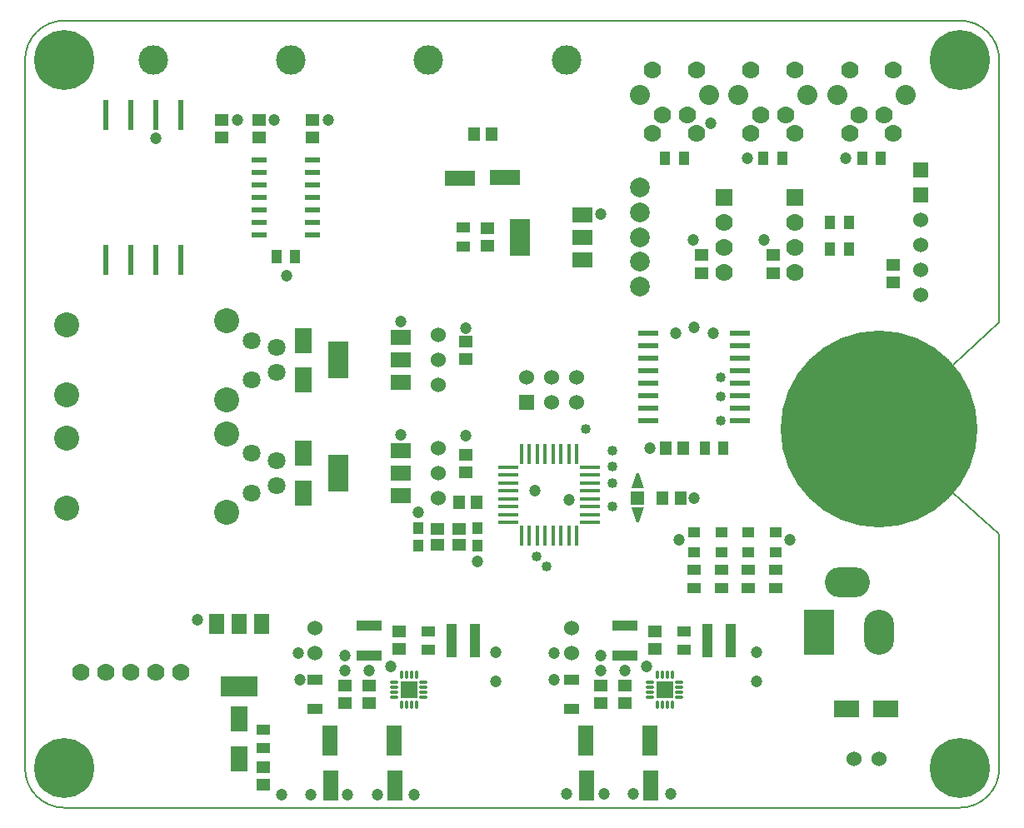
<source format=gts>
G04 #@! TF.FileFunction,Soldermask,Top*
%FSLAX46Y46*%
G04 Gerber Fmt 4.6, Leading zero omitted, Abs format (unit mm)*
G04 Created by KiCad (PCBNEW (2015-07-01 BZR 5850)-product) date Sat Sep  5 15:37:45 2015*
%MOMM*%
G01*
G04 APERTURE LIST*
%ADD10C,0.025400*%
%ADD11C,0.127000*%
%ADD12C,1.200000*%
%ADD13C,1.016000*%
%ADD14C,20.000000*%
%ADD15R,2.500000X1.000000*%
%ADD16R,1.625600X3.048000*%
%ADD17R,3.048000X1.625600*%
%ADD18R,1.600000X1.000000*%
%ADD19R,1.700000X2.500000*%
%ADD20R,2.500000X1.700000*%
%ADD21R,1.270000X1.016000*%
%ADD22C,1.524000*%
%ADD23R,0.980000X3.400000*%
%ADD24R,1.400000X1.400000*%
%ADD25R,1.524000X1.524000*%
%ADD26R,0.609600X3.048000*%
%ADD27C,1.778000*%
%ADD28R,1.778000X1.778000*%
%ADD29C,2.540000*%
%ADD30C,1.800000*%
%ADD31O,3.048000X4.572000*%
%ADD32R,3.048000X4.572000*%
%ADD33O,4.572000X3.048000*%
%ADD34R,2.032000X3.810000*%
%ADD35R,2.032000X1.524000*%
%ADD36R,3.810000X2.032000*%
%ADD37R,1.524000X2.032000*%
%ADD38C,6.096000*%
%ADD39C,2.032000*%
%ADD40R,1.549400X0.596900*%
%ADD41O,0.280000X0.850000*%
%ADD42O,0.850000X0.280000*%
%ADD43R,0.500000X1.700000*%
%ADD44R,0.700000X0.850000*%
%ADD45R,1.998980X0.599440*%
%ADD46R,1.998980X0.449580*%
%ADD47R,0.449580X1.998980*%
%ADD48R,1.400000X1.200000*%
%ADD49R,1.450000X1.150000*%
%ADD50R,1.150000X1.450000*%
%ADD51R,1.000000X1.450000*%
%ADD52R,1.450000X1.000000*%
%ADD53R,1.100000X1.150000*%
%ADD54C,2.000000*%
%ADD55C,3.000000*%
G04 APERTURE END LIST*
D10*
D11*
X18000000Y-94000000D02*
X109000000Y-94000000D01*
X113000000Y-44700000D02*
X108300000Y-49000000D01*
X113000000Y-18000000D02*
X113000000Y-44700000D01*
X108300000Y-55500000D02*
X108300000Y-49000000D01*
X108300000Y-62000000D02*
X108300000Y-55500000D01*
X113000000Y-66200000D02*
X108300000Y-62000000D01*
X113000000Y-90000000D02*
X113000000Y-66200000D01*
X14000000Y-18000000D02*
X14000000Y-90000000D01*
X109000000Y-14000000D02*
X18000000Y-14000000D01*
X113000000Y-18000000D02*
G75*
G03X109000000Y-14000000I-4000000J0D01*
G01*
X109000000Y-94000000D02*
G75*
G03X113000000Y-90000000I0J4000000D01*
G01*
X14000000Y-90000000D02*
G75*
G03X18000000Y-94000000I4000000J0D01*
G01*
X18000000Y-14000000D02*
G75*
G03X14000000Y-18000000I0J-4000000D01*
G01*
D12*
X67800000Y-78300000D03*
X77200000Y-79600000D03*
X75000000Y-80100000D03*
X72500000Y-78500000D03*
X72500000Y-80100000D03*
X67800000Y-81000000D03*
X75800000Y-92600000D03*
X72800000Y-92600000D03*
X49800000Y-92700000D03*
X46800000Y-92700000D03*
X51200000Y-79600000D03*
X41900000Y-81000000D03*
X49000000Y-80100000D03*
X46500000Y-78500000D03*
X46500000Y-80100000D03*
X88300000Y-78200000D03*
X88300000Y-81200000D03*
X61800000Y-81200000D03*
X61800000Y-78200000D03*
X31500000Y-74900000D03*
X58750000Y-45250000D03*
X77500000Y-57500000D03*
X80500000Y-66750000D03*
X91750000Y-66750000D03*
X82000000Y-45200000D03*
X83900000Y-45800000D03*
X80100000Y-45800000D03*
X60000000Y-69000000D03*
X72500000Y-33700000D03*
X89100000Y-36300000D03*
X81900000Y-36300000D03*
X97400000Y-28000000D03*
X87400000Y-28000000D03*
X83700000Y-24400000D03*
X52200000Y-44600000D03*
X52200000Y-56100000D03*
X53500000Y-92700000D03*
X79600000Y-92600000D03*
X69000000Y-92600000D03*
X41800000Y-78300000D03*
X82000000Y-62500000D03*
X69300000Y-62700000D03*
X43000000Y-92700000D03*
X40100000Y-92700000D03*
X54000000Y-64000000D03*
X65800000Y-61800000D03*
X40600000Y-39900000D03*
X44800000Y-24100000D03*
X35600000Y-24100000D03*
X27300000Y-26000000D03*
X39300000Y-24100000D03*
D13*
X71000000Y-55500000D03*
X84700000Y-52200000D03*
X84700000Y-50300000D03*
X84700000Y-54700000D03*
X66000000Y-68500000D03*
X73700000Y-59300000D03*
X73700000Y-57700000D03*
X73650000Y-63400000D03*
X73700000Y-61000000D03*
X67000000Y-69500000D03*
D14*
X100750000Y-55500000D03*
D15*
X75000000Y-75500000D03*
X75000000Y-78500000D03*
D16*
X77500000Y-87214000D03*
X77563500Y-91786000D03*
X71000000Y-87214000D03*
X71063500Y-91786000D03*
D17*
X58214000Y-30000000D03*
X62786000Y-29936500D03*
D18*
X69500000Y-84000000D03*
X69500000Y-81000000D03*
D15*
X49000000Y-75500000D03*
X49000000Y-78500000D03*
D16*
X51500000Y-87214000D03*
X51563500Y-91786000D03*
X45000000Y-87214000D03*
X45063500Y-91786000D03*
D18*
X43500000Y-84000000D03*
X43500000Y-81000000D03*
D19*
X42250000Y-46500000D03*
X42250000Y-50500000D03*
X35750000Y-89000000D03*
X35750000Y-85000000D03*
D20*
X97500000Y-84000000D03*
X101500000Y-84000000D03*
D21*
X87500000Y-68016000D03*
X87500000Y-65984000D03*
X84750000Y-68016000D03*
X84750000Y-65984000D03*
X82000000Y-68016000D03*
X82000000Y-65984000D03*
X90250000Y-68016000D03*
X90250000Y-65984000D03*
D19*
X42250000Y-58000000D03*
X42250000Y-62000000D03*
D22*
X69500000Y-75730000D03*
X69500000Y-78270000D03*
X43500000Y-75730000D03*
X43500000Y-78270000D03*
D23*
X83310000Y-77000000D03*
X85690000Y-77000000D03*
X57310000Y-77000000D03*
X59690000Y-77000000D03*
D10*
G36*
X76123000Y-60023500D02*
X76377000Y-60023500D01*
X76885000Y-61547500D01*
X75615000Y-61547500D01*
X76123000Y-60023500D01*
X76123000Y-60023500D01*
G37*
G36*
X75615000Y-63452500D02*
X76885000Y-63452500D01*
X76377000Y-64976500D01*
X76123000Y-64976500D01*
X75615000Y-63452500D01*
X75615000Y-63452500D01*
G37*
D24*
X76250000Y-62500000D03*
D25*
X64960000Y-52770000D03*
D22*
X64960000Y-50230000D03*
X67500000Y-52770000D03*
X67500000Y-50230000D03*
X70040000Y-52770000D03*
X70040000Y-50230000D03*
D25*
X105000000Y-29150000D03*
X105000000Y-31690000D03*
D22*
X105000000Y-34230000D03*
X105000000Y-36770000D03*
X105000000Y-39310000D03*
X105000000Y-41850000D03*
D26*
X29810000Y-23634000D03*
X27270000Y-23634000D03*
X24730000Y-23634000D03*
X22190000Y-23634000D03*
X22190000Y-38366000D03*
X24730000Y-38366000D03*
X27270000Y-38366000D03*
X29810000Y-38366000D03*
D27*
X92250000Y-39560000D03*
X92250000Y-37020000D03*
X92250000Y-34480000D03*
D28*
X92250000Y-31940000D03*
D27*
X85000000Y-39560000D03*
X85000000Y-37020000D03*
X85000000Y-34480000D03*
D28*
X85000000Y-31940000D03*
D22*
X56000000Y-51040000D03*
X56000000Y-48500000D03*
X56000000Y-45960000D03*
X98230000Y-89000000D03*
X100770000Y-89000000D03*
D29*
X18204000Y-52056000D03*
X18204000Y-44944000D03*
X34460000Y-44486800D03*
X34460000Y-52513200D03*
D30*
X37000000Y-50500000D03*
X37000000Y-46500000D03*
X39540000Y-49770000D03*
X39540000Y-47230000D03*
D31*
X100750000Y-76200000D03*
D32*
X94654000Y-76200000D03*
D33*
X97575000Y-71120000D03*
D22*
X56000000Y-62540000D03*
X56000000Y-60000000D03*
X56000000Y-57460000D03*
D29*
X18204000Y-63556000D03*
X18204000Y-56444000D03*
X34460000Y-55986800D03*
X34460000Y-64013200D03*
D30*
X37000000Y-62000000D03*
X37000000Y-58000000D03*
X39540000Y-61270000D03*
X39540000Y-58730000D03*
D34*
X45825000Y-48500000D03*
D35*
X52175000Y-48500000D03*
X52175000Y-46214000D03*
X52175000Y-50786000D03*
D34*
X64325000Y-36000000D03*
D35*
X70675000Y-36000000D03*
X70675000Y-33714000D03*
X70675000Y-38286000D03*
D34*
X45825000Y-60000000D03*
D35*
X52175000Y-60000000D03*
X52175000Y-57714000D03*
X52175000Y-62286000D03*
D36*
X35750000Y-81675000D03*
D37*
X35750000Y-75325000D03*
X33464000Y-75325000D03*
X38036000Y-75325000D03*
D38*
X18000000Y-18000000D03*
X109000000Y-18000000D03*
X18000000Y-90000000D03*
X109000000Y-90000000D03*
D27*
X22210000Y-80250000D03*
X29830000Y-80250000D03*
X27290000Y-80250000D03*
X19670000Y-80250000D03*
X24750000Y-80250000D03*
X82222500Y-19000000D03*
X77777500Y-19000000D03*
D39*
X83492500Y-21540000D03*
X76507500Y-21540000D03*
D27*
X77777500Y-25477000D03*
X82222500Y-25477000D03*
X78730000Y-23572000D03*
X81270000Y-23572000D03*
X102222500Y-19000000D03*
X97777500Y-19000000D03*
D39*
X103492500Y-21540000D03*
X96507500Y-21540000D03*
D27*
X97777500Y-25477000D03*
X102222500Y-25477000D03*
X98730000Y-23572000D03*
X101270000Y-23572000D03*
X92222500Y-19000000D03*
X87777500Y-19000000D03*
D39*
X93492500Y-21540000D03*
X86507500Y-21540000D03*
D27*
X87777500Y-25477000D03*
X92222500Y-25477000D03*
X88730000Y-23572000D03*
X91270000Y-23572000D03*
D40*
X37807600Y-33270000D03*
X37807600Y-34540000D03*
X37807600Y-35810000D03*
X43192400Y-33270000D03*
X37807600Y-29460000D03*
X37807600Y-30730000D03*
X37807600Y-32000000D03*
X43192400Y-30730000D03*
X43192400Y-29460000D03*
X43192400Y-28190000D03*
X43192400Y-34540000D03*
X37807600Y-28190000D03*
X43192400Y-35810000D03*
X43192400Y-32000000D03*
D41*
X79250000Y-80500000D03*
X79750000Y-80500000D03*
X78750000Y-80500000D03*
X78250000Y-80500000D03*
D42*
X77500000Y-81250000D03*
X77500000Y-81750000D03*
X77500000Y-82250000D03*
X77500000Y-82750000D03*
D41*
X78250000Y-83500000D03*
X78750000Y-83500000D03*
X79250000Y-83500000D03*
X79750000Y-83500000D03*
D42*
X80500000Y-82750000D03*
X80500000Y-82250000D03*
X80500000Y-81750000D03*
X80500000Y-81250000D03*
D43*
X79000000Y-82000000D03*
D44*
X79500000Y-82425000D03*
X79500000Y-81575000D03*
X78500000Y-81575000D03*
X78500000Y-82425000D03*
D41*
X53250000Y-80500000D03*
X53750000Y-80500000D03*
X52750000Y-80500000D03*
X52250000Y-80500000D03*
D42*
X51500000Y-81250000D03*
X51500000Y-81750000D03*
X51500000Y-82250000D03*
X51500000Y-82750000D03*
D41*
X52250000Y-83500000D03*
X52750000Y-83500000D03*
X53250000Y-83500000D03*
X53750000Y-83500000D03*
D42*
X54500000Y-82750000D03*
X54500000Y-82250000D03*
X54500000Y-81750000D03*
X54500000Y-81250000D03*
D43*
X53000000Y-82000000D03*
D44*
X53500000Y-82425000D03*
X53500000Y-81575000D03*
X52500000Y-81575000D03*
X52500000Y-82425000D03*
D45*
X86650740Y-54695000D03*
X86650740Y-53425000D03*
X86650740Y-52155000D03*
X86650740Y-50885000D03*
X86650740Y-49615000D03*
X86650740Y-48345000D03*
X86650740Y-47075000D03*
X86650740Y-45805000D03*
X77349260Y-45805000D03*
X77349260Y-47075000D03*
X77349260Y-48345000D03*
X77349260Y-49615000D03*
X77349260Y-50885000D03*
X77349260Y-52155000D03*
X77349260Y-53425000D03*
X77349260Y-54695000D03*
D46*
X63099640Y-64999080D03*
X63099640Y-64198980D03*
X63099640Y-63398880D03*
X63099640Y-62598780D03*
X63099640Y-61801220D03*
X63099640Y-61001120D03*
X63099640Y-60201020D03*
X63099640Y-59400920D03*
X71400360Y-59400920D03*
X71400360Y-64999080D03*
X71400360Y-64198980D03*
X71400360Y-63398880D03*
X71400360Y-62598780D03*
X71400360Y-61801220D03*
X71400360Y-61001120D03*
X71400360Y-60201020D03*
D47*
X64450920Y-58049640D03*
X65251020Y-58049640D03*
X66051120Y-58049640D03*
X66851220Y-58049640D03*
X67648780Y-58049640D03*
X68448880Y-58049640D03*
X69248980Y-58049640D03*
X70049080Y-58049640D03*
X64450920Y-66350360D03*
X65251020Y-66350360D03*
X66051120Y-66350360D03*
X66851220Y-66350360D03*
X67648780Y-66350360D03*
X68448880Y-66350360D03*
X69248980Y-66350360D03*
X70049080Y-66350360D03*
D48*
X58100000Y-65700000D03*
X55900000Y-67300000D03*
X58100000Y-67300000D03*
X55900000Y-65700000D03*
D12*
X58800000Y-56200000D03*
D49*
X49000000Y-81600000D03*
X49000000Y-83400000D03*
X46500000Y-81600000D03*
X46500000Y-83400000D03*
X52000000Y-77900000D03*
X52000000Y-76100000D03*
X58750000Y-59900000D03*
X58750000Y-58100000D03*
X61000000Y-36900000D03*
X61000000Y-35100000D03*
D50*
X59900000Y-63000000D03*
X58100000Y-63000000D03*
X80900000Y-57500000D03*
X79100000Y-57500000D03*
D49*
X75000000Y-81600000D03*
X75000000Y-83400000D03*
X72500000Y-81600000D03*
X72500000Y-83400000D03*
X78000000Y-77900000D03*
X78000000Y-76100000D03*
D50*
X59600000Y-25500000D03*
X61400000Y-25500000D03*
D49*
X38250000Y-89850000D03*
X38250000Y-91650000D03*
X58750000Y-48400000D03*
X58750000Y-46600000D03*
X82750000Y-39650000D03*
X82750000Y-37850000D03*
X34000000Y-25900000D03*
X34000000Y-24100000D03*
X90000000Y-39650000D03*
X90000000Y-37850000D03*
X37750000Y-25900000D03*
X37750000Y-24100000D03*
X43250000Y-25900000D03*
X43250000Y-24100000D03*
X102250000Y-40650000D03*
X102250000Y-38850000D03*
D50*
X78800000Y-62500000D03*
X80600000Y-62500000D03*
D51*
X90950000Y-28000000D03*
X89050000Y-28000000D03*
X100950000Y-28000000D03*
X99050000Y-28000000D03*
D52*
X55000000Y-77950000D03*
X55000000Y-76050000D03*
X90250000Y-71700000D03*
X90250000Y-69800000D03*
D51*
X84950000Y-57500000D03*
X83050000Y-57500000D03*
D52*
X82000000Y-71700000D03*
X82000000Y-69800000D03*
X84750000Y-71700000D03*
X84750000Y-69800000D03*
X87500000Y-71700000D03*
X87500000Y-69800000D03*
X81000000Y-77950000D03*
X81000000Y-76050000D03*
X38250000Y-87950000D03*
X38250000Y-86050000D03*
X58500000Y-35050000D03*
X58500000Y-36950000D03*
D51*
X39550000Y-38000000D03*
X41450000Y-38000000D03*
X97700000Y-37250000D03*
X95800000Y-37250000D03*
X97700000Y-34500000D03*
X95800000Y-34500000D03*
X80950000Y-28000000D03*
X79050000Y-28000000D03*
D53*
X54000000Y-67400000D03*
X54000000Y-65600000D03*
X60000000Y-65600000D03*
X60000000Y-67400000D03*
D54*
X76500000Y-41000000D03*
X76500000Y-38500000D03*
X76500000Y-36000000D03*
X76500000Y-31000000D03*
X76500000Y-33500000D03*
D55*
X41000000Y-18000000D03*
X27000000Y-18000000D03*
X55000000Y-18000000D03*
X69000000Y-18000000D03*
M02*

</source>
